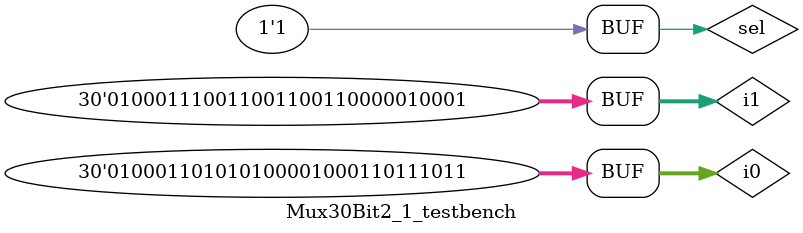
<source format=sv>
`timescale 1 ps/100 fs

/*
*	This mux works on two 30 bit inputs given a 1 bit control signal. 
*/

module Mux30Bit2_1(out, i1, i0, sel);	 
  	output [29:0] out;   	 
  	input [29:0] i0, i1; 
	input sel;  	 
 	 
	wire notSel; 
	wire [29:0] i0AndNotSel, i1AndSel;
   	 
   not #50 n0 (notSel, sel);
	
	genvar i;
	generate 
		for(i=0; i<30; i=i+1) begin: simple
			and #50 a0 (i0AndNotSel[i], i0[i], notSel);
			and #50 a1 (i1AndSel[i], i1[i], sel);
			or #50 or1 (out[i], i0AndNotSel[i], i1AndSel[i]);
		end
	endgenerate
	
endmodule


 
module Mux30Bit2_1_testbench();	 
  	reg [29:0] i0, i1; 
	reg sel;   
  	wire [29:0] out;    
  	Mux2_1 dut (.out, .i1, .i0, .sel);   
 initial begin  
        	sel=0; i0=32'h00AA00BB; i1=32'h11111111; #5000;   	 
        	sel=0; i0=32'hFEDFED33; i1=32'h00110011; #5000;   	 
        	sel=1; i0=32'hFEDCBA98; i1=32'h12345678; #5000; 	 
        	sel=1; i0=32'h11AA11BB; i1=32'h11CCCC11; #5000;   	 	 
 end  
endmodule
</source>
